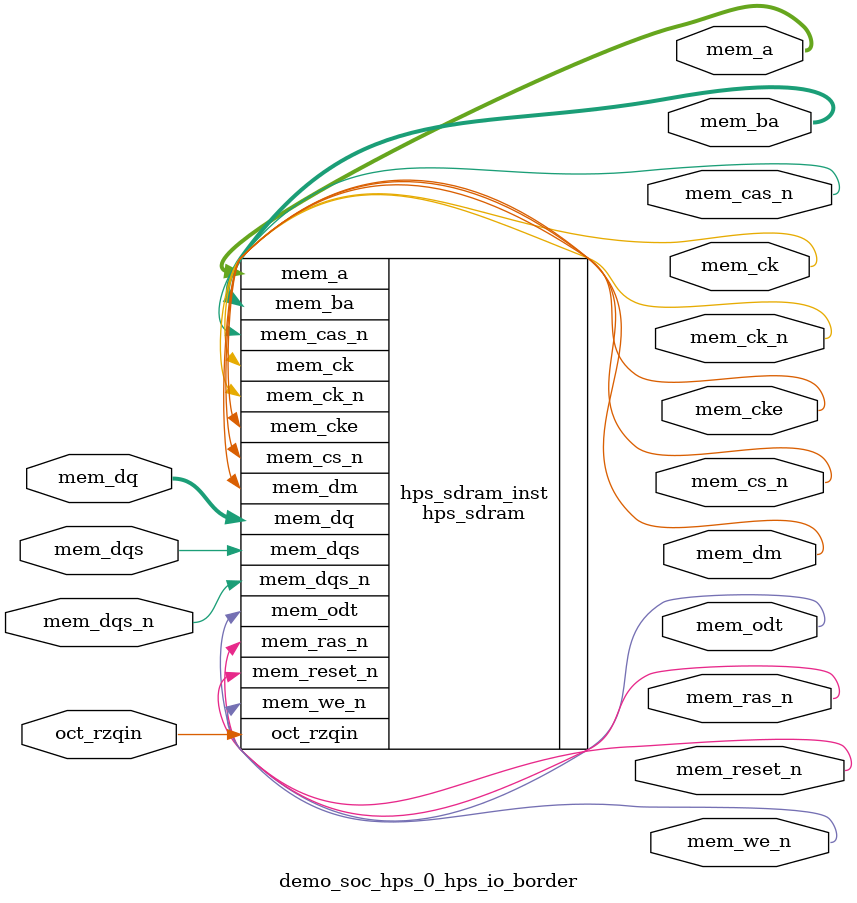
<source format=sv>


module demo_soc_hps_0_hps_io_border(
// memory
  output wire [13 - 1 : 0 ] mem_a
 ,output wire [3 - 1 : 0 ] mem_ba
 ,output wire [1 - 1 : 0 ] mem_ck
 ,output wire [1 - 1 : 0 ] mem_ck_n
 ,output wire [1 - 1 : 0 ] mem_cke
 ,output wire [1 - 1 : 0 ] mem_cs_n
 ,output wire [1 - 1 : 0 ] mem_ras_n
 ,output wire [1 - 1 : 0 ] mem_cas_n
 ,output wire [1 - 1 : 0 ] mem_we_n
 ,output wire [1 - 1 : 0 ] mem_reset_n
 ,inout wire [8 - 1 : 0 ] mem_dq
 ,inout wire [1 - 1 : 0 ] mem_dqs
 ,inout wire [1 - 1 : 0 ] mem_dqs_n
 ,output wire [1 - 1 : 0 ] mem_odt
 ,output wire [1 - 1 : 0 ] mem_dm
 ,input wire [1 - 1 : 0 ] oct_rzqin
);


hps_sdram hps_sdram_inst(
 .mem_dq({
    mem_dq[7:0] // 7:0
  })
,.mem_odt({
    mem_odt[0:0] // 0:0
  })
,.mem_ras_n({
    mem_ras_n[0:0] // 0:0
  })
,.mem_dqs_n({
    mem_dqs_n[0:0] // 0:0
  })
,.mem_dqs({
    mem_dqs[0:0] // 0:0
  })
,.mem_dm({
    mem_dm[0:0] // 0:0
  })
,.mem_we_n({
    mem_we_n[0:0] // 0:0
  })
,.mem_cas_n({
    mem_cas_n[0:0] // 0:0
  })
,.mem_ba({
    mem_ba[2:0] // 2:0
  })
,.mem_a({
    mem_a[12:0] // 12:0
  })
,.mem_cs_n({
    mem_cs_n[0:0] // 0:0
  })
,.mem_ck({
    mem_ck[0:0] // 0:0
  })
,.mem_cke({
    mem_cke[0:0] // 0:0
  })
,.oct_rzqin({
    oct_rzqin[0:0] // 0:0
  })
,.mem_reset_n({
    mem_reset_n[0:0] // 0:0
  })
,.mem_ck_n({
    mem_ck_n[0:0] // 0:0
  })
);

endmodule


</source>
